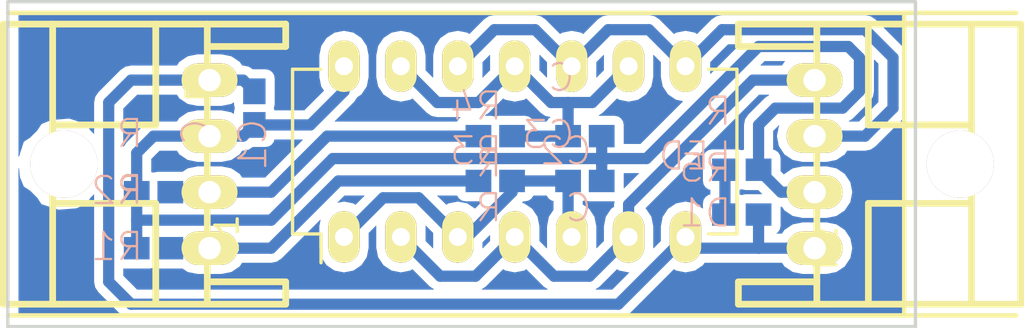
<source format=kicad_pcb>
(kicad_pcb (version 4) (host pcbnew 4.0.6)

  (general
    (links 31)
    (no_connects 0)
    (area -0.075001 -1.075001 45.075001 13.575001)
    (thickness 1.6)
    (drawings 7)
    (tracks 92)
    (zones 0)
    (modules 12)
    (nets 10)
  )

  (page A4)
  (layers
    (0 F.Cu signal)
    (31 B.Cu signal)
    (32 B.Adhes user)
    (33 F.Adhes user)
    (34 B.Paste user)
    (35 F.Paste user)
    (36 B.SilkS user)
    (37 F.SilkS user)
    (38 B.Mask user)
    (39 F.Mask user)
    (40 Dwgs.User user)
    (41 Cmts.User user)
    (42 Eco1.User user)
    (43 Eco2.User user)
    (44 Edge.Cuts user)
    (45 Margin user)
    (46 B.CrtYd user)
    (47 F.CrtYd user)
    (48 B.Fab user)
    (49 F.Fab user)
  )

  (setup
    (last_trace_width 0.5)
    (user_trace_width 0.5)
    (user_trace_width 1)
    (trace_clearance 0.2)
    (zone_clearance 0.4)
    (zone_45_only no)
    (trace_min 0.2)
    (segment_width 0.2)
    (edge_width 0.15)
    (via_size 0.6)
    (via_drill 0.4)
    (via_min_size 0.4)
    (via_min_drill 0.3)
    (user_via 1.2 0.8)
    (uvia_size 0.3)
    (uvia_drill 0.1)
    (uvias_allowed no)
    (uvia_min_size 0.2)
    (uvia_min_drill 0.1)
    (pcb_text_width 0.3)
    (pcb_text_size 1.5 1.5)
    (mod_edge_width 0.15)
    (mod_text_size 1 1)
    (mod_text_width 0.15)
    (pad_size 1.524 1.524)
    (pad_drill 0.762)
    (pad_to_mask_clearance 0.2)
    (aux_axis_origin 0 0)
    (visible_elements 7FFFFFFF)
    (pcbplotparams
      (layerselection 0x01000_80000000)
      (usegerberextensions false)
      (excludeedgelayer true)
      (linewidth 0.100000)
      (plotframeref false)
      (viasonmask false)
      (mode 1)
      (useauxorigin false)
      (hpglpennumber 1)
      (hpglpenspeed 20)
      (hpglpendiameter 15)
      (hpglpenoverlay 2)
      (psnegative false)
      (psa4output false)
      (plotreference true)
      (plotvalue true)
      (plotinvisibletext false)
      (padsonsilk false)
      (subtractmaskfromsilk false)
      (outputformat 1)
      (mirror false)
      (drillshape 0)
      (scaleselection 1)
      (outputdirectory ""))
  )

  (net 0 "")
  (net 1 +5V)
  (net 2 GND)
  (net 3 /ENC_B)
  (net 4 /ENC_A)
  (net 5 /OUT_B)
  (net 6 /OUT_A)
  (net 7 "Net-(C2-Pad2)")
  (net 8 "Net-(C3-Pad1)")
  (net 9 "Net-(D1-Pad1)")

  (net_class Default "これは標準のネット クラスです。"
    (clearance 0.2)
    (trace_width 0.25)
    (via_dia 0.6)
    (via_drill 0.4)
    (uvia_dia 0.3)
    (uvia_drill 0.1)
    (add_net +5V)
    (add_net /ENC_A)
    (add_net /ENC_B)
    (add_net /OUT_A)
    (add_net /OUT_B)
    (add_net GND)
    (add_net "Net-(C2-Pad2)")
    (add_net "Net-(C3-Pad1)")
    (add_net "Net-(D1-Pad1)")
  )

  (module RP_KiCAD_Connector:XA_4LC (layer F.Cu) (tedit 585B7649) (tstamp 58A2DAB0)
    (at 9 2.5 270)
    (path /58A2DA07)
    (fp_text reference P1 (at 0 0.5 270) (layer F.SilkS)
      (effects (font (size 1 1) (thickness 0.15)))
    )
    (fp_text value CONN_01X04 (at 3.5 8 270) (layer F.Fab)
      (effects (font (size 1 1) (thickness 0.15)))
    )
    (fp_line (start 10 9.2) (end -2.5 9.2) (layer F.SilkS) (width 0.3))
    (fp_line (start 10 -3.4) (end 10 9.2) (layer F.SilkS) (width 0.3))
    (fp_line (start 9 0.1) (end 9 -3.4) (layer F.SilkS) (width 0.3))
    (fp_line (start 9 -3.4) (end 10 -3.4) (layer F.SilkS) (width 0.3))
    (fp_line (start -2.5 0.1) (end 10 0.1) (layer F.SilkS) (width 0.3))
    (fp_line (start 5.5 2.4) (end 5.5 7) (layer F.SilkS) (width 0.3))
    (fp_line (start 5.5 2.4) (end 10 2.4) (layer F.SilkS) (width 0.3))
    (fp_line (start 2 7) (end 2 2.4) (layer F.SilkS) (width 0.3))
    (fp_line (start 2 2.4) (end -2.5 2.4) (layer F.SilkS) (width 0.3))
    (fp_line (start -2.5 7) (end 10 7) (layer F.SilkS) (width 0.3))
    (fp_line (start -2.5 -3.4) (end -2.5 9.2) (layer F.SilkS) (width 0.3))
    (fp_line (start -2.5 -3.4) (end -1.5 -3.4) (layer F.SilkS) (width 0.3))
    (fp_line (start -1.5 -3.4) (end -1.5 0.1) (layer F.SilkS) (width 0.3))
    (pad 1 thru_hole oval (at 0 0 270) (size 1.5 2.5) (drill 1) (layers *.Cu *.Mask F.SilkS)
      (net 2 GND))
    (pad 2 thru_hole oval (at 2.5 0 270) (size 1.5 2.5) (drill 1) (layers *.Cu *.Mask F.SilkS)
      (net 1 +5V))
    (pad 3 thru_hole oval (at 5 0 270) (size 1.5 2.5) (drill 1) (layers *.Cu *.Mask F.SilkS)
      (net 3 /ENC_B))
    (pad 4 thru_hole oval (at 7.5 0 270) (size 1.5 2.5) (drill 1) (layers *.Cu *.Mask F.SilkS)
      (net 4 /ENC_A))
    (pad "" thru_hole circle (at 3.75 6.5 270) (size 3 3) (drill 3) (layers *.Cu *.Mask F.SilkS)
      (clearance -0.3))
    (model conn_XA/XA_4S.wrl
      (at (xyz 0.15 -0.2 0))
      (scale (xyz 4 4 4))
      (rotate (xyz 0 0 180))
    )
  )

  (module RP_KiCAD_Connector:XA_4LC (layer F.Cu) (tedit 585B7649) (tstamp 58A2DAB9)
    (at 36 10 90)
    (path /58A2DA9A)
    (fp_text reference P2 (at 0 0.5 90) (layer F.SilkS)
      (effects (font (size 1 1) (thickness 0.15)))
    )
    (fp_text value CONN_01X04 (at 3.5 8 90) (layer F.Fab)
      (effects (font (size 1 1) (thickness 0.15)))
    )
    (fp_line (start 10 9.2) (end -2.5 9.2) (layer F.SilkS) (width 0.3))
    (fp_line (start 10 -3.4) (end 10 9.2) (layer F.SilkS) (width 0.3))
    (fp_line (start 9 0.1) (end 9 -3.4) (layer F.SilkS) (width 0.3))
    (fp_line (start 9 -3.4) (end 10 -3.4) (layer F.SilkS) (width 0.3))
    (fp_line (start -2.5 0.1) (end 10 0.1) (layer F.SilkS) (width 0.3))
    (fp_line (start 5.5 2.4) (end 5.5 7) (layer F.SilkS) (width 0.3))
    (fp_line (start 5.5 2.4) (end 10 2.4) (layer F.SilkS) (width 0.3))
    (fp_line (start 2 7) (end 2 2.4) (layer F.SilkS) (width 0.3))
    (fp_line (start 2 2.4) (end -2.5 2.4) (layer F.SilkS) (width 0.3))
    (fp_line (start -2.5 7) (end 10 7) (layer F.SilkS) (width 0.3))
    (fp_line (start -2.5 -3.4) (end -2.5 9.2) (layer F.SilkS) (width 0.3))
    (fp_line (start -2.5 -3.4) (end -1.5 -3.4) (layer F.SilkS) (width 0.3))
    (fp_line (start -1.5 -3.4) (end -1.5 0.1) (layer F.SilkS) (width 0.3))
    (pad 1 thru_hole oval (at 0 0 90) (size 1.5 2.5) (drill 1) (layers *.Cu *.Mask F.SilkS)
      (net 2 GND))
    (pad 2 thru_hole oval (at 2.5 0 90) (size 1.5 2.5) (drill 1) (layers *.Cu *.Mask F.SilkS)
      (net 1 +5V))
    (pad 3 thru_hole oval (at 5 0 90) (size 1.5 2.5) (drill 1) (layers *.Cu *.Mask F.SilkS)
      (net 5 /OUT_B))
    (pad 4 thru_hole oval (at 7.5 0 90) (size 1.5 2.5) (drill 1) (layers *.Cu *.Mask F.SilkS)
      (net 6 /OUT_A))
    (pad "" thru_hole circle (at 3.75 6.5 90) (size 3 3) (drill 3) (layers *.Cu *.Mask F.SilkS)
      (clearance -0.3))
    (model conn_XA/XA_4S.wrl
      (at (xyz 0.15 -0.2 0))
      (scale (xyz 4 4 4))
      (rotate (xyz 0 0 180))
    )
  )

  (module Housings_DIP:DIP-14_W7.62mm_LongPads (layer F.Cu) (tedit 58A2DC38) (tstamp 58A2DC27)
    (at 15 9.5 90)
    (descr "14-lead dip package, row spacing 7.62 mm (300 mils), longer pads")
    (tags "dil dip 2.54 300")
    (path /58A2DAF4)
    (fp_text reference U1 (at 0 -5.22 90) (layer F.SilkS)
      (effects (font (size 1 1) (thickness 0.15)))
    )
    (fp_text value 74HC04 (at 0 -3.72 90) (layer F.Fab)
      (effects (font (size 1 1) (thickness 0.15)))
    )
    (fp_line (start -1.4 -2.45) (end -1.4 17.7) (layer F.CrtYd) (width 0.05))
    (fp_line (start 9 -2.45) (end 9 17.7) (layer F.CrtYd) (width 0.05))
    (fp_line (start -1.4 -2.45) (end 9 -2.45) (layer F.CrtYd) (width 0.05))
    (fp_line (start -1.4 17.7) (end 9 17.7) (layer F.CrtYd) (width 0.05))
    (fp_line (start 0.135 -2.295) (end 0.135 -1.025) (layer F.SilkS) (width 0.15))
    (fp_line (start 7.485 -2.295) (end 7.485 -1.025) (layer F.SilkS) (width 0.15))
    (fp_line (start 7.485 17.535) (end 7.485 16.265) (layer F.SilkS) (width 0.15))
    (fp_line (start 0.135 17.535) (end 0.135 16.265) (layer F.SilkS) (width 0.15))
    (fp_line (start 0.135 -2.295) (end 7.485 -2.295) (layer F.SilkS) (width 0.15))
    (fp_line (start 0.135 17.535) (end 7.485 17.535) (layer F.SilkS) (width 0.15))
    (fp_line (start 0.135 -1.025) (end -1.15 -1.025) (layer F.SilkS) (width 0.15))
    (pad 1 thru_hole oval (at 0 0 90) (size 2.3 1.4) (drill 0.8) (layers *.Cu *.Mask F.SilkS)
      (net 7 "Net-(C2-Pad2)"))
    (pad 2 thru_hole oval (at 0 2.54 90) (size 2.3 1.4) (drill 0.8) (layers *.Cu *.Mask F.SilkS)
      (net 6 /OUT_A))
    (pad 3 thru_hole oval (at 0 5.08 90) (size 2.3 1.4) (drill 0.8) (layers *.Cu *.Mask F.SilkS)
      (net 7 "Net-(C2-Pad2)"))
    (pad 4 thru_hole oval (at 0 7.62 90) (size 2.3 1.4) (drill 0.8) (layers *.Cu *.Mask F.SilkS)
      (net 6 /OUT_A))
    (pad 5 thru_hole oval (at 0 10.16 90) (size 2.3 1.4) (drill 0.8) (layers *.Cu *.Mask F.SilkS)
      (net 7 "Net-(C2-Pad2)"))
    (pad 6 thru_hole oval (at 0 12.7 90) (size 2.3 1.4) (drill 0.8) (layers *.Cu *.Mask F.SilkS)
      (net 6 /OUT_A))
    (pad 7 thru_hole oval (at 0 15.24 90) (size 2.3 1.4) (drill 0.8) (layers *.Cu *.Mask F.SilkS)
      (net 2 GND))
    (pad 8 thru_hole oval (at 7.62 15.24 90) (size 2.3 1.4) (drill 0.8) (layers *.Cu *.Mask F.SilkS)
      (net 5 /OUT_B))
    (pad 9 thru_hole oval (at 7.62 12.7 90) (size 2.3 1.4) (drill 0.8) (layers *.Cu *.Mask F.SilkS)
      (net 8 "Net-(C3-Pad1)"))
    (pad 10 thru_hole oval (at 7.62 10.16 90) (size 2.3 1.4) (drill 0.8) (layers *.Cu *.Mask F.SilkS)
      (net 5 /OUT_B))
    (pad 11 thru_hole oval (at 7.62 7.62 90) (size 2.3 1.4) (drill 0.8) (layers *.Cu *.Mask F.SilkS)
      (net 8 "Net-(C3-Pad1)"))
    (pad 12 thru_hole oval (at 7.62 5.08 90) (size 2.3 1.4) (drill 0.8) (layers *.Cu *.Mask F.SilkS)
      (net 5 /OUT_B))
    (pad 13 thru_hole oval (at 7.62 2.54 90) (size 2.3 1.4) (drill 0.8) (layers *.Cu *.Mask F.SilkS)
      (net 8 "Net-(C3-Pad1)"))
    (pad 14 thru_hole oval (at 7.62 0 90) (size 2.3 1.4) (drill 0.8) (layers *.Cu *.Mask F.SilkS)
      (net 1 +5V))
    (model Housings_DIP.3dshapes/DIP-14_W7.62mm_LongPads.wrl
      (at (xyz 0 0 0))
      (scale (xyz 1 1 1))
      (rotate (xyz 0 0 0))
    )
  )

  (module RP_KiCAD_Libs:C1608_NP (layer B.Cu) (tedit 58C9EFDC) (tstamp 58DDBB41)
    (at 6.75 10)
    (descr <b>CAPACITOR</b>)
    (path /58A2DC4A)
    (fp_text reference R1 (at -0.635 0.635) (layer B.SilkS)
      (effects (font (size 1.2065 1.2065) (thickness 0.1016)) (justify left bottom mirror))
    )
    (fp_text value R (at -0.635 -1.905) (layer B.SilkS)
      (effects (font (size 1.2065 1.2065) (thickness 0.1016)) (justify left bottom mirror))
    )
    (fp_line (start -0.356 0.432) (end 0.356 0.432) (layer Dwgs.User) (width 0.1016))
    (fp_line (start -0.356 -0.419) (end 0.356 -0.419) (layer Dwgs.User) (width 0.1016))
    (fp_poly (pts (xy -0.8382 -0.4699) (xy -0.3381 -0.4699) (xy -0.3381 0.4801) (xy -0.8382 0.4801)) (layer Dwgs.User) (width 0))
    (fp_poly (pts (xy 0.3302 -0.4699) (xy 0.8303 -0.4699) (xy 0.8303 0.4801) (xy 0.3302 0.4801)) (layer Dwgs.User) (width 0))
    (fp_poly (pts (xy -0.1999 -0.3) (xy 0.1999 -0.3) (xy 0.1999 0.3) (xy -0.1999 0.3)) (layer B.Adhes) (width 0))
    (pad 1 smd rect (at -1 0) (size 1.15 1) (layers B.Cu B.Paste B.Mask)
      (net 1 +5V))
    (pad 2 smd rect (at 0.5 0) (size 1.15 1) (layers B.Cu B.Paste B.Mask)
      (net 4 /ENC_A))
    (model Resistors_SMD.3dshapes/R_0603.wrl
      (at (xyz 0 0 0))
      (scale (xyz 1 1 1))
      (rotate (xyz 0 0 0))
    )
  )

  (module RP_KiCAD_Libs:C1608_NP (layer B.Cu) (tedit 58C9EFDC) (tstamp 58DDBB46)
    (at 6.75 7.5)
    (descr <b>CAPACITOR</b>)
    (path /58A2DC7B)
    (fp_text reference R2 (at -0.635 0.635) (layer B.SilkS)
      (effects (font (size 1.2065 1.2065) (thickness 0.1016)) (justify left bottom mirror))
    )
    (fp_text value R (at -0.635 -1.905) (layer B.SilkS)
      (effects (font (size 1.2065 1.2065) (thickness 0.1016)) (justify left bottom mirror))
    )
    (fp_line (start -0.356 0.432) (end 0.356 0.432) (layer Dwgs.User) (width 0.1016))
    (fp_line (start -0.356 -0.419) (end 0.356 -0.419) (layer Dwgs.User) (width 0.1016))
    (fp_poly (pts (xy -0.8382 -0.4699) (xy -0.3381 -0.4699) (xy -0.3381 0.4801) (xy -0.8382 0.4801)) (layer Dwgs.User) (width 0))
    (fp_poly (pts (xy 0.3302 -0.4699) (xy 0.8303 -0.4699) (xy 0.8303 0.4801) (xy 0.3302 0.4801)) (layer Dwgs.User) (width 0))
    (fp_poly (pts (xy -0.1999 -0.3) (xy 0.1999 -0.3) (xy 0.1999 0.3) (xy -0.1999 0.3)) (layer B.Adhes) (width 0))
    (pad 1 smd rect (at -1 0) (size 1.15 1) (layers B.Cu B.Paste B.Mask)
      (net 1 +5V))
    (pad 2 smd rect (at 0.5 0) (size 1.15 1) (layers B.Cu B.Paste B.Mask)
      (net 3 /ENC_B))
    (model Resistors_SMD.3dshapes/R_0603.wrl
      (at (xyz 0 0 0))
      (scale (xyz 1 1 1))
      (rotate (xyz 0 0 0))
    )
  )

  (module RP_KiCAD_Libs:C1608_NP (layer B.Cu) (tedit 58C9EFDC) (tstamp 58DDBB4B)
    (at 21.5 7 180)
    (descr <b>CAPACITOR</b>)
    (path /58A2E4BF)
    (fp_text reference R3 (at -0.635 0.635 180) (layer B.SilkS)
      (effects (font (size 1.2065 1.2065) (thickness 0.1016)) (justify left bottom mirror))
    )
    (fp_text value R (at -0.635 -1.905 180) (layer B.SilkS)
      (effects (font (size 1.2065 1.2065) (thickness 0.1016)) (justify left bottom mirror))
    )
    (fp_line (start -0.356 0.432) (end 0.356 0.432) (layer Dwgs.User) (width 0.1016))
    (fp_line (start -0.356 -0.419) (end 0.356 -0.419) (layer Dwgs.User) (width 0.1016))
    (fp_poly (pts (xy -0.8382 -0.4699) (xy -0.3381 -0.4699) (xy -0.3381 0.4801) (xy -0.8382 0.4801)) (layer Dwgs.User) (width 0))
    (fp_poly (pts (xy 0.3302 -0.4699) (xy 0.8303 -0.4699) (xy 0.8303 0.4801) (xy 0.3302 0.4801)) (layer Dwgs.User) (width 0))
    (fp_poly (pts (xy -0.1999 -0.3) (xy 0.1999 -0.3) (xy 0.1999 0.3) (xy -0.1999 0.3)) (layer B.Adhes) (width 0))
    (pad 1 smd rect (at -1 0 180) (size 1.15 1) (layers B.Cu B.Paste B.Mask)
      (net 7 "Net-(C2-Pad2)"))
    (pad 2 smd rect (at 0.5 0 180) (size 1.15 1) (layers B.Cu B.Paste B.Mask)
      (net 4 /ENC_A))
    (model Resistors_SMD.3dshapes/R_0603.wrl
      (at (xyz 0 0 0))
      (scale (xyz 1 1 1))
      (rotate (xyz 0 0 0))
    )
  )

  (module RP_KiCAD_Libs:C1608_NP (layer B.Cu) (tedit 58C9EFDC) (tstamp 58DDBB50)
    (at 21.5 5 180)
    (descr <b>CAPACITOR</b>)
    (path /58A2E7A8)
    (fp_text reference R4 (at -0.635 0.635 180) (layer B.SilkS)
      (effects (font (size 1.2065 1.2065) (thickness 0.1016)) (justify left bottom mirror))
    )
    (fp_text value R (at -0.635 -1.905 180) (layer B.SilkS)
      (effects (font (size 1.2065 1.2065) (thickness 0.1016)) (justify left bottom mirror))
    )
    (fp_line (start -0.356 0.432) (end 0.356 0.432) (layer Dwgs.User) (width 0.1016))
    (fp_line (start -0.356 -0.419) (end 0.356 -0.419) (layer Dwgs.User) (width 0.1016))
    (fp_poly (pts (xy -0.8382 -0.4699) (xy -0.3381 -0.4699) (xy -0.3381 0.4801) (xy -0.8382 0.4801)) (layer Dwgs.User) (width 0))
    (fp_poly (pts (xy 0.3302 -0.4699) (xy 0.8303 -0.4699) (xy 0.8303 0.4801) (xy 0.3302 0.4801)) (layer Dwgs.User) (width 0))
    (fp_poly (pts (xy -0.1999 -0.3) (xy 0.1999 -0.3) (xy 0.1999 0.3) (xy -0.1999 0.3)) (layer B.Adhes) (width 0))
    (pad 1 smd rect (at -1 0 180) (size 1.15 1) (layers B.Cu B.Paste B.Mask)
      (net 8 "Net-(C3-Pad1)"))
    (pad 2 smd rect (at 0.5 0 180) (size 1.15 1) (layers B.Cu B.Paste B.Mask)
      (net 3 /ENC_B))
    (model Resistors_SMD.3dshapes/R_0603.wrl
      (at (xyz 0 0 0))
      (scale (xyz 1 1 1))
      (rotate (xyz 0 0 0))
    )
  )

  (module RP_KiCAD_Libs:C1608_NP (layer B.Cu) (tedit 58C9EFDC) (tstamp 58DDBB55)
    (at 33 6.5)
    (descr <b>CAPACITOR</b>)
    (path /58A2F6CF)
    (fp_text reference R5 (at -0.635 0.635) (layer B.SilkS)
      (effects (font (size 1.2065 1.2065) (thickness 0.1016)) (justify left bottom mirror))
    )
    (fp_text value R (at -0.635 -1.905) (layer B.SilkS)
      (effects (font (size 1.2065 1.2065) (thickness 0.1016)) (justify left bottom mirror))
    )
    (fp_line (start -0.356 0.432) (end 0.356 0.432) (layer Dwgs.User) (width 0.1016))
    (fp_line (start -0.356 -0.419) (end 0.356 -0.419) (layer Dwgs.User) (width 0.1016))
    (fp_poly (pts (xy -0.8382 -0.4699) (xy -0.3381 -0.4699) (xy -0.3381 0.4801) (xy -0.8382 0.4801)) (layer Dwgs.User) (width 0))
    (fp_poly (pts (xy 0.3302 -0.4699) (xy 0.8303 -0.4699) (xy 0.8303 0.4801) (xy 0.3302 0.4801)) (layer Dwgs.User) (width 0))
    (fp_poly (pts (xy -0.1999 -0.3) (xy 0.1999 -0.3) (xy 0.1999 0.3) (xy -0.1999 0.3)) (layer B.Adhes) (width 0))
    (pad 1 smd rect (at -1 0) (size 1.15 1) (layers B.Cu B.Paste B.Mask)
      (net 9 "Net-(D1-Pad1)"))
    (pad 2 smd rect (at 0.5 0) (size 1.15 1) (layers B.Cu B.Paste B.Mask)
      (net 1 +5V))
    (model Resistors_SMD.3dshapes/R_0603.wrl
      (at (xyz 0 0 0))
      (scale (xyz 1 1 1))
      (rotate (xyz 0 0 0))
    )
  )

  (module RP_KiCAD_Libs:C1608_NP (layer B.Cu) (tedit 58C9EFDC) (tstamp 58DDBBB9)
    (at 11 3.5 90)
    (descr <b>CAPACITOR</b>)
    (path /58A2DC06)
    (fp_text reference C1 (at -0.635 0.635 90) (layer B.SilkS)
      (effects (font (size 1.2065 1.2065) (thickness 0.1016)) (justify left bottom mirror))
    )
    (fp_text value C (at -0.635 -1.905 90) (layer B.SilkS)
      (effects (font (size 1.2065 1.2065) (thickness 0.1016)) (justify left bottom mirror))
    )
    (fp_line (start -0.356 0.432) (end 0.356 0.432) (layer Dwgs.User) (width 0.1016))
    (fp_line (start -0.356 -0.419) (end 0.356 -0.419) (layer Dwgs.User) (width 0.1016))
    (fp_poly (pts (xy -0.8382 -0.4699) (xy -0.3381 -0.4699) (xy -0.3381 0.4801) (xy -0.8382 0.4801)) (layer Dwgs.User) (width 0))
    (fp_poly (pts (xy 0.3302 -0.4699) (xy 0.8303 -0.4699) (xy 0.8303 0.4801) (xy 0.3302 0.4801)) (layer Dwgs.User) (width 0))
    (fp_poly (pts (xy -0.1999 -0.3) (xy 0.1999 -0.3) (xy 0.1999 0.3) (xy -0.1999 0.3)) (layer B.Adhes) (width 0))
    (pad 1 smd rect (at -1 0 90) (size 1.15 1) (layers B.Cu B.Paste B.Mask)
      (net 1 +5V))
    (pad 2 smd rect (at 0.5 0 90) (size 1.15 1) (layers B.Cu B.Paste B.Mask)
      (net 2 GND))
    (model Resistors_SMD.3dshapes/R_0603.wrl
      (at (xyz 0 0 0))
      (scale (xyz 1 1 1))
      (rotate (xyz 0 0 0))
    )
  )

  (module RP_KiCAD_Libs:C1608_NP (layer B.Cu) (tedit 58C9EFDC) (tstamp 58DDBBBE)
    (at 25.5 7 180)
    (descr <b>CAPACITOR</b>)
    (path /58A2E8B6)
    (fp_text reference C2 (at -0.635 0.635 180) (layer B.SilkS)
      (effects (font (size 1.2065 1.2065) (thickness 0.1016)) (justify left bottom mirror))
    )
    (fp_text value C (at -0.635 -1.905 180) (layer B.SilkS)
      (effects (font (size 1.2065 1.2065) (thickness 0.1016)) (justify left bottom mirror))
    )
    (fp_line (start -0.356 0.432) (end 0.356 0.432) (layer Dwgs.User) (width 0.1016))
    (fp_line (start -0.356 -0.419) (end 0.356 -0.419) (layer Dwgs.User) (width 0.1016))
    (fp_poly (pts (xy -0.8382 -0.4699) (xy -0.3381 -0.4699) (xy -0.3381 0.4801) (xy -0.8382 0.4801)) (layer Dwgs.User) (width 0))
    (fp_poly (pts (xy 0.3302 -0.4699) (xy 0.8303 -0.4699) (xy 0.8303 0.4801) (xy 0.3302 0.4801)) (layer Dwgs.User) (width 0))
    (fp_poly (pts (xy -0.1999 -0.3) (xy 0.1999 -0.3) (xy 0.1999 0.3) (xy -0.1999 0.3)) (layer B.Adhes) (width 0))
    (pad 1 smd rect (at -1 0 180) (size 1.15 1) (layers B.Cu B.Paste B.Mask)
      (net 1 +5V))
    (pad 2 smd rect (at 0.5 0 180) (size 1.15 1) (layers B.Cu B.Paste B.Mask)
      (net 7 "Net-(C2-Pad2)"))
    (model Resistors_SMD.3dshapes/R_0603.wrl
      (at (xyz 0 0 0))
      (scale (xyz 1 1 1))
      (rotate (xyz 0 0 0))
    )
  )

  (module RP_KiCAD_Libs:C1608_NP (layer B.Cu) (tedit 58C9EFDC) (tstamp 58DDBBC3)
    (at 26 5)
    (descr <b>CAPACITOR</b>)
    (path /58A2E905)
    (fp_text reference C3 (at -0.635 0.635) (layer B.SilkS)
      (effects (font (size 1.2065 1.2065) (thickness 0.1016)) (justify left bottom mirror))
    )
    (fp_text value C (at -0.635 -1.905) (layer B.SilkS)
      (effects (font (size 1.2065 1.2065) (thickness 0.1016)) (justify left bottom mirror))
    )
    (fp_line (start -0.356 0.432) (end 0.356 0.432) (layer Dwgs.User) (width 0.1016))
    (fp_line (start -0.356 -0.419) (end 0.356 -0.419) (layer Dwgs.User) (width 0.1016))
    (fp_poly (pts (xy -0.8382 -0.4699) (xy -0.3381 -0.4699) (xy -0.3381 0.4801) (xy -0.8382 0.4801)) (layer Dwgs.User) (width 0))
    (fp_poly (pts (xy 0.3302 -0.4699) (xy 0.8303 -0.4699) (xy 0.8303 0.4801) (xy 0.3302 0.4801)) (layer Dwgs.User) (width 0))
    (fp_poly (pts (xy -0.1999 -0.3) (xy 0.1999 -0.3) (xy 0.1999 0.3) (xy -0.1999 0.3)) (layer B.Adhes) (width 0))
    (pad 1 smd rect (at -1 0) (size 1.15 1) (layers B.Cu B.Paste B.Mask)
      (net 8 "Net-(C3-Pad1)"))
    (pad 2 smd rect (at 0.5 0) (size 1.15 1) (layers B.Cu B.Paste B.Mask)
      (net 1 +5V))
    (model Resistors_SMD.3dshapes/R_0603.wrl
      (at (xyz 0 0 0))
      (scale (xyz 1 1 1))
      (rotate (xyz 0 0 0))
    )
  )

  (module RP_KiCAD_Libs:C1608_NP (layer B.Cu) (tedit 58C9EFDC) (tstamp 58DDBBC8)
    (at 33 8.5)
    (descr <b>CAPACITOR</b>)
    (path /58A2F7F2)
    (fp_text reference D1 (at -0.635 0.635) (layer B.SilkS)
      (effects (font (size 1.2065 1.2065) (thickness 0.1016)) (justify left bottom mirror))
    )
    (fp_text value LED (at -0.635 -1.905) (layer B.SilkS)
      (effects (font (size 1.2065 1.2065) (thickness 0.1016)) (justify left bottom mirror))
    )
    (fp_line (start -0.356 0.432) (end 0.356 0.432) (layer Dwgs.User) (width 0.1016))
    (fp_line (start -0.356 -0.419) (end 0.356 -0.419) (layer Dwgs.User) (width 0.1016))
    (fp_poly (pts (xy -0.8382 -0.4699) (xy -0.3381 -0.4699) (xy -0.3381 0.4801) (xy -0.8382 0.4801)) (layer Dwgs.User) (width 0))
    (fp_poly (pts (xy 0.3302 -0.4699) (xy 0.8303 -0.4699) (xy 0.8303 0.4801) (xy 0.3302 0.4801)) (layer Dwgs.User) (width 0))
    (fp_poly (pts (xy -0.1999 -0.3) (xy 0.1999 -0.3) (xy 0.1999 0.3) (xy -0.1999 0.3)) (layer B.Adhes) (width 0))
    (pad 1 smd rect (at -1 0) (size 1.15 1) (layers B.Cu B.Paste B.Mask)
      (net 9 "Net-(D1-Pad1)"))
    (pad 2 smd rect (at 0.5 0) (size 1.15 1) (layers B.Cu B.Paste B.Mask)
      (net 2 GND))
    (model Resistors_SMD.3dshapes/R_0603.wrl
      (at (xyz 0 0 0))
      (scale (xyz 1 1 1))
      (rotate (xyz 0 0 0))
    )
  )

  (gr_line (start 0 -1) (end 40.5 -1) (angle 90) (layer Edge.Cuts) (width 0.15))
  (gr_line (start 40.5 13.5) (end 0 13.5) (angle 90) (layer Edge.Cuts) (width 0.15))
  (gr_line (start 40.5 13.5) (end 40.5 -1) (angle 90) (layer Edge.Cuts) (width 0.15))
  (gr_line (start 40 -0.5) (end 40 13) (angle 90) (layer F.SilkS) (width 0.2))
  (gr_line (start 0 -1) (end 0 13.5) (angle 90) (layer Edge.Cuts) (width 0.15))
  (gr_line (start 0 13) (end 45 13) (angle 90) (layer F.SilkS) (width 0.2))
  (gr_line (start 0 -0.5) (end 45 -0.5) (angle 90) (layer F.SilkS) (width 0.2))

  (segment (start 5.75 8.75) (end 11.75 8.75) (width 0.5) (layer B.Cu) (net 1))
  (segment (start 11.75 8.75) (end 14.5 6) (width 0.5) (layer B.Cu) (net 1) (tstamp 58DDBBF9))
  (segment (start 14.5 6) (end 26.5 6) (width 0.5) (layer B.Cu) (net 1) (tstamp 58DDBBFA))
  (segment (start 34.25 3.75) (end 33.5 4.5) (width 0.5) (layer B.Cu) (net 1))
  (segment (start 33.5 4.5) (end 33.5 6.5) (width 0.5) (layer B.Cu) (net 1) (tstamp 58DDBD04))
  (segment (start 26.5 6) (end 28.5 6) (width 0.5) (layer B.Cu) (net 1) (tstamp 58DDBC0E))
  (segment (start 28.5 6) (end 33.5 1) (width 0.5) (layer B.Cu) (net 1) (tstamp 58DDBBFC))
  (segment (start 33.5 1) (end 37.5 1) (width 0.5) (layer B.Cu) (net 1) (tstamp 58DDBBFE))
  (segment (start 37.5 1) (end 38 1.5) (width 0.5) (layer B.Cu) (net 1) (tstamp 58DDBC00))
  (segment (start 38 1.5) (end 38 3) (width 0.5) (layer B.Cu) (net 1) (tstamp 58DDBC01))
  (segment (start 38 3) (end 37.25 3.75) (width 0.5) (layer B.Cu) (net 1) (tstamp 58DDBC02))
  (segment (start 37.25 3.75) (end 34.25 3.75) (width 0.5) (layer B.Cu) (net 1) (tstamp 58DDBC03))
  (segment (start 33.5 6.5) (end 34.5 7.5) (width 0.5) (layer B.Cu) (net 1))
  (segment (start 34.5 7.5) (end 36 7.5) (width 0.5) (layer B.Cu) (net 1) (tstamp 58DDBCFF))
  (segment (start 5.75 7.5) (end 5.75 8.75) (width 0.5) (layer B.Cu) (net 1))
  (segment (start 5.75 8.75) (end 5.75 10) (width 0.5) (layer B.Cu) (net 1) (tstamp 58DDBD0F))
  (segment (start 5.75 7.5) (end 5.75 5.75) (width 0.5) (layer B.Cu) (net 1))
  (segment (start 6.5 5) (end 9 5) (width 0.5) (layer B.Cu) (net 1) (tstamp 58DDBC91))
  (segment (start 5.75 5.75) (end 6.5 5) (width 0.5) (layer B.Cu) (net 1) (tstamp 58DDBC90))
  (segment (start 11 4.5) (end 13.5 4.5) (width 0.5) (layer B.Cu) (net 1))
  (segment (start 13.5 4.5) (end 15 3) (width 0.5) (layer B.Cu) (net 1) (tstamp 58DDBC42))
  (segment (start 15 3) (end 15 1.88) (width 0.5) (layer B.Cu) (net 1) (tstamp 58DDBC43))
  (segment (start 9 5) (end 10.5 5) (width 0.5) (layer B.Cu) (net 1))
  (segment (start 10.5 5) (end 11 4.5) (width 0.5) (layer B.Cu) (net 1) (tstamp 58DDBC3C))
  (segment (start 26.5 6) (end 26.5 5) (width 0.5) (layer B.Cu) (net 1))
  (segment (start 26.5 7) (end 26.5 6) (width 0.5) (layer B.Cu) (net 1))
  (segment (start 26.5 6) (end 26.5 6.25) (width 0.5) (layer B.Cu) (net 1) (tstamp 58DDBC0B))
  (segment (start 26.5 6.25) (end 26.5 6) (width 0.5) (layer B.Cu) (net 1) (tstamp 58DDBC0D))
  (segment (start 33.5 8.5) (end 33.5 10) (width 0.5) (layer B.Cu) (net 2))
  (segment (start 30.24 9.5) (end 30.74 10) (width 0.5) (layer B.Cu) (net 2))
  (segment (start 30.74 10) (end 33.5 10) (width 0.5) (layer B.Cu) (net 2) (tstamp 58DDBCE4))
  (segment (start 33.5 10) (end 36 10) (width 0.5) (layer B.Cu) (net 2) (tstamp 58DDBCFB))
  (segment (start 5.5 12.5) (end 27.24 12.5) (width 0.5) (layer B.Cu) (net 2))
  (segment (start 9 2.5) (end 5.5 2.5) (width 0.5) (layer B.Cu) (net 2) (tstamp 58A2DDCD))
  (segment (start 4.5 3.5) (end 5.5 2.5) (width 0.5) (layer B.Cu) (net 2) (tstamp 58A2DDCC))
  (segment (start 4.5 11.5) (end 4.5 3.5) (width 0.5) (layer B.Cu) (net 2) (tstamp 58A2DDCB))
  (segment (start 5.5 12.5) (end 4.5 11.5) (width 0.5) (layer B.Cu) (net 2) (tstamp 58A2DDCA))
  (segment (start 27.24 12.5) (end 30.24 9.5) (width 0.5) (layer B.Cu) (net 2) (tstamp 58DDBCDF))
  (segment (start 11 3) (end 10.5 2.5) (width 0.5) (layer B.Cu) (net 2))
  (segment (start 10.5 2.5) (end 9 2.5) (width 0.5) (layer B.Cu) (net 2) (tstamp 58DDBC39))
  (segment (start 9 2.5) (end 8 2.5) (width 0.5) (layer B.Cu) (net 2))
  (segment (start 21 5) (end 14.25 5) (width 0.5) (layer B.Cu) (net 3))
  (segment (start 14.25 5) (end 11.75 7.5) (width 0.5) (layer B.Cu) (net 3) (tstamp 58DDBB6F))
  (segment (start 11.75 7.5) (end 9 7.5) (width 0.5) (layer B.Cu) (net 3) (tstamp 58DDBB71))
  (segment (start 7.25 7.5) (end 9 7.5) (width 0.5) (layer B.Cu) (net 3))
  (segment (start 21 7) (end 14.75 7) (width 0.5) (layer B.Cu) (net 4))
  (segment (start 11.75 10) (end 14.75 7) (width 0.5) (layer B.Cu) (net 4) (tstamp 58DDBB75))
  (segment (start 11.75 10) (end 9 10) (width 0.5) (layer B.Cu) (net 4))
  (segment (start 9 10) (end 7.25 10) (width 0.5) (layer B.Cu) (net 4))
  (segment (start 36 5) (end 38.25 5) (width 0.5) (layer B.Cu) (net 5))
  (segment (start 38.25 0.25) (end 31.87 0.25) (width 0.5) (layer B.Cu) (net 5) (tstamp 58DDBB06))
  (segment (start 39.5 1.5) (end 38.25 0.25) (width 0.5) (layer B.Cu) (net 5) (tstamp 58DDBB05))
  (segment (start 39.5 3.75) (end 39.5 1.5) (width 0.5) (layer B.Cu) (net 5) (tstamp 58DDBB04))
  (segment (start 38.25 5) (end 39.5 3.75) (width 0.5) (layer B.Cu) (net 5) (tstamp 58DDBB03))
  (segment (start 25.16 1.88) (end 26.79 0.25) (width 0.5) (layer B.Cu) (net 5))
  (segment (start 28.61 0.25) (end 30.24 1.88) (width 0.5) (layer B.Cu) (net 5) (tstamp 58DDBAC6))
  (segment (start 26.79 0.25) (end 28.61 0.25) (width 0.5) (layer B.Cu) (net 5) (tstamp 58DDBAC4))
  (segment (start 20.08 1.88) (end 21.71 0.25) (width 0.5) (layer B.Cu) (net 5))
  (segment (start 23.53 0.25) (end 25.16 1.88) (width 0.5) (layer B.Cu) (net 5) (tstamp 58DDBAC1))
  (segment (start 21.71 0.25) (end 23.53 0.25) (width 0.5) (layer B.Cu) (net 5) (tstamp 58DDBAC0))
  (segment (start 30.24 1.88) (end 31.87 0.25) (width 0.5) (layer B.Cu) (net 5))
  (segment (start 22.62 9.5) (end 24.37 11.25) (width 0.5) (layer B.Cu) (net 6))
  (segment (start 25.95 11.25) (end 27.7 9.5) (width 0.5) (layer B.Cu) (net 6) (tstamp 58DDBCBA))
  (segment (start 24.37 11.25) (end 25.95 11.25) (width 0.5) (layer B.Cu) (net 6) (tstamp 58DDBCB9))
  (segment (start 17.54 9.5) (end 19.29 11.25) (width 0.5) (layer B.Cu) (net 6))
  (segment (start 20.87 11.25) (end 22.62 9.5) (width 0.5) (layer B.Cu) (net 6) (tstamp 58DDBCB6))
  (segment (start 19.29 11.25) (end 20.87 11.25) (width 0.5) (layer B.Cu) (net 6) (tstamp 58DDBCB5))
  (segment (start 27.7 9.5) (end 27.7 8.05) (width 0.5) (layer B.Cu) (net 6))
  (segment (start 27.7 8.05) (end 33.25 2.5) (width 0.5) (layer B.Cu) (net 6) (tstamp 58A2DDD3))
  (segment (start 33.25 2.5) (end 36 2.5) (width 0.5) (layer B.Cu) (net 6) (tstamp 58A2DDD5))
  (segment (start 22.5 7) (end 25 7) (width 0.5) (layer B.Cu) (net 7))
  (segment (start 20.08 9.5) (end 20.5 9.5) (width 0.5) (layer B.Cu) (net 7))
  (segment (start 20.5 9.5) (end 22.5 7.5) (width 0.5) (layer B.Cu) (net 7) (tstamp 58DDBCD0))
  (segment (start 22.5 7.5) (end 22.5 7) (width 0.5) (layer B.Cu) (net 7) (tstamp 58DDBCD1))
  (segment (start 25.16 9.5) (end 25 9.34) (width 0.5) (layer B.Cu) (net 7))
  (segment (start 25 9.34) (end 25 7) (width 0.5) (layer B.Cu) (net 7) (tstamp 58DDBC12))
  (segment (start 15 9.5) (end 16.75 7.75) (width 0.5) (layer B.Cu) (net 7))
  (segment (start 18.33 7.75) (end 20.08 9.5) (width 0.5) (layer B.Cu) (net 7) (tstamp 58DDBA4A))
  (segment (start 16.75 7.75) (end 18.33 7.75) (width 0.5) (layer B.Cu) (net 7) (tstamp 58DDBA47))
  (segment (start 20.08 9.5) (end 20.4 9.5) (width 0.5) (layer B.Cu) (net 7))
  (segment (start 22.5 5) (end 25 5) (width 0.5) (layer B.Cu) (net 8))
  (segment (start 25 5) (end 25 3.5) (width 0.5) (layer B.Cu) (net 8))
  (segment (start 25 3.5) (end 25 3.75) (width 0.5) (layer B.Cu) (net 8) (tstamp 58DDBC16))
  (segment (start 25 3.75) (end 25 3.5) (width 0.5) (layer B.Cu) (net 8) (tstamp 58DDBC18))
  (segment (start 22.62 1.88) (end 21 3.5) (width 0.5) (layer B.Cu) (net 8))
  (segment (start 19.16 3.5) (end 17.54 1.88) (width 0.5) (layer B.Cu) (net 8) (tstamp 58DDBA03))
  (segment (start 21 3.5) (end 19.16 3.5) (width 0.5) (layer B.Cu) (net 8) (tstamp 58DDBA02))
  (segment (start 22.62 1.88) (end 24.24 3.5) (width 0.5) (layer B.Cu) (net 8))
  (segment (start 24.24 3.5) (end 25 3.5) (width 0.5) (layer B.Cu) (net 8) (tstamp 58DDB9FC))
  (segment (start 25 3.5) (end 26.08 3.5) (width 0.5) (layer B.Cu) (net 8) (tstamp 58DDBC19))
  (segment (start 26.08 3.5) (end 27.7 1.88) (width 0.5) (layer B.Cu) (net 8) (tstamp 58DDBA00))
  (segment (start 32 8.5) (end 32 6.5) (width 0.5) (layer B.Cu) (net 9))

  (zone (net 0) (net_name "") (layer B.Cu) (tstamp 58A2DEB7) (hatch edge 0.508)
    (connect_pads (clearance 0.4))
    (min_thickness 0.026)
    (fill yes (arc_segments 16) (thermal_gap 0.508) (thermal_bridge_width 0.508))
    (polygon
      (pts
        (xy 40.5 13) (xy 0 13) (xy 0 -1) (xy 40.5 -1)
      )
    )
    (filled_polygon
      (pts
        (xy 0.516444 6.808169) (xy 0.702729 7.257901) (xy 0.975307 7.433867) (xy 0.97704 7.432134) (xy 1.317569 7.773257)
        (xy 1.316133 7.774693) (xy 1.492099 8.047271) (xy 2.256607 8.296169) (xy 3.058169 8.233556) (xy 3.507901 8.047271)
        (xy 3.683867 7.774693) (xy 3.682134 7.77296) (xy 3.837 7.618364) (xy 3.837 11.5) (xy 3.887468 11.753719)
        (xy 4.031188 11.968812) (xy 5.031186 12.968809) (xy 5.031188 12.968812) (xy 5.058409 12.987) (xy 0.488 12.987)
        (xy 0.488 6.444033)
      )
    )
    (filled_polygon
      (pts
        (xy 40.012 12.987) (xy 27.681591 12.987) (xy 27.708812 12.968812) (xy 29.726943 10.950681) (xy 29.814073 11.008899)
        (xy 30.24 11.093621) (xy 30.665927 11.008899) (xy 31.02701 10.767631) (xy 31.096922 10.663) (xy 34.53857 10.663)
        (xy 34.645055 10.822365) (xy 35.022359 11.074472) (xy 35.46742 11.163) (xy 36.53258 11.163) (xy 36.977641 11.074472)
        (xy 37.354945 10.822365) (xy 37.607052 10.445061) (xy 37.69558 10) (xy 37.607052 9.554939) (xy 37.354945 9.177635)
        (xy 36.977641 8.925528) (xy 36.53258 8.837) (xy 35.46742 8.837) (xy 35.022359 8.925528) (xy 34.645055 9.177635)
        (xy 34.53857 9.337) (xy 34.313976 9.337) (xy 34.368614 9.301841) (xy 34.462915 9.163828) (xy 34.496091 9)
        (xy 34.496091 8.162223) (xy 34.5 8.163001) (xy 34.500005 8.163) (xy 34.53857 8.163) (xy 34.645055 8.322365)
        (xy 35.022359 8.574472) (xy 35.46742 8.663) (xy 36.53258 8.663) (xy 36.977641 8.574472) (xy 37.354945 8.322365)
        (xy 37.607052 7.945061) (xy 37.69558 7.5) (xy 37.607052 7.054939) (xy 37.354945 6.677635) (xy 36.977641 6.425528)
        (xy 36.53258 6.337) (xy 35.46742 6.337) (xy 35.022359 6.425528) (xy 34.645055 6.677635) (xy 34.63312 6.695497)
        (xy 34.496091 6.558468) (xy 34.496091 6) (xy 34.467293 5.846951) (xy 34.376841 5.706386) (xy 34.238828 5.612085)
        (xy 34.163 5.596729) (xy 34.163 4.774624) (xy 34.413614 4.52401) (xy 34.392948 4.554939) (xy 34.30442 5)
        (xy 34.392948 5.445061) (xy 34.645055 5.822365) (xy 35.022359 6.074472) (xy 35.46742 6.163) (xy 36.53258 6.163)
        (xy 36.977641 6.074472) (xy 37.354945 5.822365) (xy 37.46143 5.663) (xy 38.25 5.663) (xy 38.503719 5.612532)
        (xy 38.718812 5.468812) (xy 39.968812 4.218812) (xy 40.012 4.154176)
      )
    )
    (filled_polygon
      (pts
        (xy 13.887 9.019379) (xy 13.887 9.980621) (xy 13.971722 10.406548) (xy 14.21299 10.767631) (xy 14.574073 11.008899)
        (xy 15 11.093621) (xy 15.425927 11.008899) (xy 15.78701 10.767631) (xy 16.028278 10.406548) (xy 16.113 9.980621)
        (xy 16.113 9.324624) (xy 16.429174 9.00845) (xy 16.427 9.019379) (xy 16.427 9.980621) (xy 16.511722 10.406548)
        (xy 16.75299 10.767631) (xy 17.114073 11.008899) (xy 17.54 11.093621) (xy 17.965927 11.008899) (xy 18.053057 10.950681)
        (xy 18.821188 11.718812) (xy 18.99807 11.837) (xy 5.774623 11.837) (xy 5.163 11.225376) (xy 5.163 10.918661)
        (xy 5.175 10.921091) (xy 6.325 10.921091) (xy 6.478049 10.892293) (xy 6.498407 10.879193) (xy 6.511172 10.887915)
        (xy 6.675 10.921091) (xy 7.792809 10.921091) (xy 8.022359 11.074472) (xy 8.46742 11.163) (xy 9.53258 11.163)
        (xy 9.977641 11.074472) (xy 10.354945 10.822365) (xy 10.46143 10.663) (xy 11.75 10.663) (xy 12.003719 10.612532)
        (xy 12.218812 10.468812) (xy 13.941317 8.746307)
      )
    )
    (filled_polygon
      (pts
        (xy 27.274073 11.008899) (xy 27.7 11.093621) (xy 27.710929 11.091447) (xy 26.965376 11.837) (xy 26.24193 11.837)
        (xy 26.418812 11.718812) (xy 27.186943 10.950681)
      )
    )
    (filled_polygon
      (pts
        (xy 23.901188 11.718812) (xy 24.07807 11.837) (xy 21.16193 11.837) (xy 21.338812 11.718812) (xy 22.106943 10.950681)
        (xy 22.194073 11.008899) (xy 22.62 11.093621) (xy 23.045927 11.008899) (xy 23.133057 10.950681)
      )
    )
    (filled_polygon
      (pts
        (xy 33.781188 3.281188) (xy 33.031188 4.031188) (xy 32.887468 4.246281) (xy 32.837 4.5) (xy 32.837 5.595467)
        (xy 32.771951 5.607707) (xy 32.751593 5.620807) (xy 32.738828 5.612085) (xy 32.575 5.578909) (xy 31.425 5.578909)
        (xy 31.271951 5.607707) (xy 31.131386 5.698159) (xy 31.037085 5.836172) (xy 31.003909 6) (xy 31.003909 7)
        (xy 31.032707 7.153049) (xy 31.123159 7.293614) (xy 31.261172 7.387915) (xy 31.337 7.403271) (xy 31.337 7.595467)
        (xy 31.271951 7.607707) (xy 31.131386 7.698159) (xy 31.037085 7.836172) (xy 31.003909 8) (xy 31.003909 8.216933)
        (xy 30.665927 7.991101) (xy 30.24 7.906379) (xy 29.814073 7.991101) (xy 29.45299 8.232369) (xy 29.211722 8.593452)
        (xy 29.127 9.019379) (xy 29.127 9.675376) (xy 28.810826 9.99155) (xy 28.813 9.980621) (xy 28.813 9.019379)
        (xy 28.728278 8.593452) (xy 28.48701 8.232369) (xy 28.467974 8.21965) (xy 33.524624 3.163) (xy 33.95807 3.163)
      )
    )
    (filled_polygon
      (pts
        (xy 21.507 9.675376) (xy 21.190826 9.99155) (xy 21.193 9.980621) (xy 21.193 9.744624) (xy 21.507 9.430624)
      )
    )
    (filled_polygon
      (pts
        (xy 25.761172 7.887915) (xy 25.925 7.921091) (xy 27.062642 7.921091) (xy 27.037 8.05) (xy 27.037 8.149508)
        (xy 26.91299 8.232369) (xy 26.671722 8.593452) (xy 26.587 9.019379) (xy 26.587 9.675376) (xy 26.270826 9.99155)
        (xy 26.273 9.980621) (xy 26.273 9.019379) (xy 26.188278 8.593452) (xy 25.94701 8.232369) (xy 25.663 8.0426)
        (xy 25.663 7.904533) (xy 25.728049 7.892293) (xy 25.748407 7.879193)
      )
    )
    (filled_polygon
      (pts
        (xy 24.123159 7.793614) (xy 24.261172 7.887915) (xy 24.337 7.903271) (xy 24.337 8.286232) (xy 24.131722 8.593452)
        (xy 24.047 9.019379) (xy 24.047 9.980621) (xy 24.049174 9.99155) (xy 23.733 9.675376) (xy 23.733 9.019379)
        (xy 23.648278 8.593452) (xy 23.40701 8.232369) (xy 23.045927 7.991101) (xy 22.963015 7.974609) (xy 22.968812 7.968812)
        (xy 23.000698 7.921091) (xy 23.075 7.921091) (xy 23.228049 7.892293) (xy 23.368614 7.801841) (xy 23.462915 7.663828)
        (xy 23.463083 7.663) (xy 24.03911 7.663)
      )
    )
    (filled_polygon
      (pts
        (xy 18.967 9.324624) (xy 18.967 9.980621) (xy 18.969174 9.99155) (xy 18.653 9.675376) (xy 18.653 9.019379)
        (xy 18.650826 9.00845)
      )
    )
    (filled_polygon
      (pts
        (xy 20.123159 7.793614) (xy 20.261172 7.887915) (xy 20.425 7.921091) (xy 21.141285 7.921091) (xy 20.844828 8.217548)
        (xy 20.505927 7.991101) (xy 20.08 7.906379) (xy 19.654073 7.991101) (xy 19.566943 8.049319) (xy 19.180624 7.663)
        (xy 20.03911 7.663)
      )
    )
    (filled_polygon
      (pts
        (xy 15.513057 8.049319) (xy 15.425927 7.991101) (xy 15 7.906379) (xy 14.726928 7.960696) (xy 15.024624 7.663)
        (xy 15.899376 7.663)
      )
    )
    (filled_polygon
      (pts
        (xy 32.761172 7.387915) (xy 32.925 7.421091) (xy 33.483467 7.421091) (xy 33.641286 7.578909) (xy 32.925 7.578909)
        (xy 32.771951 7.607707) (xy 32.751593 7.620807) (xy 32.738828 7.612085) (xy 32.663 7.596729) (xy 32.663 7.404533)
        (xy 32.728049 7.392293) (xy 32.748407 7.379193)
      )
    )
    (filled_polygon
      (pts
        (xy 27.496091 7.316285) (xy 27.496091 6.663) (xy 28.149376 6.663)
      )
    )
    (filled_polygon
      (pts
        (xy 11.475376 6.837) (xy 10.46143 6.837) (xy 10.354945 6.677635) (xy 9.977641 6.425528) (xy 9.53258 6.337)
        (xy 8.46742 6.337) (xy 8.022359 6.425528) (xy 7.792809 6.578909) (xy 6.675 6.578909) (xy 6.521951 6.607707)
        (xy 6.501593 6.620807) (xy 6.488828 6.612085) (xy 6.413 6.596729) (xy 6.413 6.024624) (xy 6.774624 5.663)
        (xy 7.53857 5.663) (xy 7.645055 5.822365) (xy 8.022359 6.074472) (xy 8.46742 6.163) (xy 9.53258 6.163)
        (xy 9.977641 6.074472) (xy 10.354945 5.822365) (xy 10.46143 5.663) (xy 10.5 5.663) (xy 10.753719 5.612532)
        (xy 10.927986 5.496091) (xy 11.5 5.496091) (xy 11.653049 5.467293) (xy 11.793614 5.376841) (xy 11.887915 5.238828)
        (xy 11.903271 5.163) (xy 13.149376 5.163)
      )
    )
    (filled_polygon
      (pts
        (xy 40.012 1.095824) (xy 39.968812 1.031188) (xy 38.718812 -0.218812) (xy 38.503719 -0.362532) (xy 38.25 -0.413)
        (xy 31.87 -0.413) (xy 31.616281 -0.362532) (xy 31.401188 -0.218812) (xy 30.753057 0.429319) (xy 30.665927 0.371101)
        (xy 30.24 0.286379) (xy 29.814073 0.371101) (xy 29.726943 0.429319) (xy 29.078812 -0.218812) (xy 28.863719 -0.362532)
        (xy 28.61 -0.413) (xy 26.79 -0.413) (xy 26.536281 -0.362532) (xy 26.321188 -0.218812) (xy 25.673057 0.429319)
        (xy 25.585927 0.371101) (xy 25.16 0.286379) (xy 24.734073 0.371101) (xy 24.646943 0.429319) (xy 23.998812 -0.218812)
        (xy 23.783719 -0.362532) (xy 23.53 -0.413) (xy 21.71 -0.413) (xy 21.456281 -0.362532) (xy 21.241188 -0.218812)
        (xy 20.593057 0.429319) (xy 20.505927 0.371101) (xy 20.08 0.286379) (xy 19.654073 0.371101) (xy 19.29299 0.612369)
        (xy 19.051722 0.973452) (xy 18.967 1.399379) (xy 18.967 2.360621) (xy 18.969174 2.37155) (xy 18.653 2.055376)
        (xy 18.653 1.399379) (xy 18.568278 0.973452) (xy 18.32701 0.612369) (xy 17.965927 0.371101) (xy 17.54 0.286379)
        (xy 17.114073 0.371101) (xy 16.75299 0.612369) (xy 16.511722 0.973452) (xy 16.427 1.399379) (xy 16.427 2.360621)
        (xy 16.511722 2.786548) (xy 16.75299 3.147631) (xy 17.114073 3.388899) (xy 17.54 3.473621) (xy 17.965927 3.388899)
        (xy 18.053057 3.330681) (xy 18.691188 3.968812) (xy 18.906281 4.112532) (xy 19.16 4.163) (xy 20.186024 4.163)
        (xy 20.131386 4.198159) (xy 20.037085 4.336172) (xy 20.036917 4.337) (xy 14.600624 4.337) (xy 15.468812 3.468812)
        (xy 15.599864 3.272678) (xy 15.78701 3.147631) (xy 16.028278 2.786548) (xy 16.113 2.360621) (xy 16.113 1.399379)
        (xy 16.028278 0.973452) (xy 15.78701 0.612369) (xy 15.425927 0.371101) (xy 15 0.286379) (xy 14.574073 0.371101)
        (xy 14.21299 0.612369) (xy 13.971722 0.973452) (xy 13.887 1.399379) (xy 13.887 2.360621) (xy 13.971722 2.786548)
        (xy 14.09353 2.968846) (xy 13.225376 3.837) (xy 11.904533 3.837) (xy 11.892293 3.771951) (xy 11.879193 3.751593)
        (xy 11.887915 3.738828) (xy 11.921091 3.575) (xy 11.921091 2.425) (xy 11.892293 2.271951) (xy 11.801841 2.131386)
        (xy 11.663828 2.037085) (xy 11.5 2.003909) (xy 10.927986 2.003909) (xy 10.753719 1.887468) (xy 10.5 1.837)
        (xy 10.46143 1.837) (xy 10.354945 1.677635) (xy 9.977641 1.425528) (xy 9.53258 1.337) (xy 8.46742 1.337)
        (xy 8.022359 1.425528) (xy 7.645055 1.677635) (xy 7.53857 1.837) (xy 5.500005 1.837) (xy 5.5 1.836999)
        (xy 5.246281 1.887468) (xy 5.031188 2.031188) (xy 5.031186 2.031191) (xy 4.031188 3.031188) (xy 3.887468 3.246281)
        (xy 3.837 3.5) (xy 3.837 4.881581) (xy 3.682431 4.726743) (xy 3.683867 4.725307) (xy 3.507901 4.452729)
        (xy 2.743393 4.203831) (xy 1.941831 4.266444) (xy 1.492099 4.452729) (xy 1.316133 4.725307) (xy 1.317866 4.72704)
        (xy 0.976743 5.067569) (xy 0.975307 5.066133) (xy 0.702729 5.242099) (xy 0.488 5.901654) (xy 0.488 -0.512)
        (xy 40.012 -0.512)
      )
    )
    (filled_polygon
      (pts
        (xy 7.645055 3.322365) (xy 8.022359 3.574472) (xy 8.46742 3.663) (xy 9.53258 3.663) (xy 9.977641 3.574472)
        (xy 10.078909 3.506807) (xy 10.078909 3.575) (xy 10.107707 3.728049) (xy 10.120807 3.748407) (xy 10.112085 3.761172)
        (xy 10.078909 3.925) (xy 10.078909 3.993193) (xy 9.977641 3.925528) (xy 9.53258 3.837) (xy 8.46742 3.837)
        (xy 8.022359 3.925528) (xy 7.645055 4.177635) (xy 7.53857 4.337) (xy 6.5 4.337) (xy 6.246281 4.387468)
        (xy 6.031188 4.531188) (xy 5.281188 5.281188) (xy 5.163 5.45807) (xy 5.163 3.774624) (xy 5.774623 3.163)
        (xy 7.53857 3.163)
      )
    )
    (filled_polygon
      (pts
        (xy 29.127 1.704624) (xy 29.127 2.360621) (xy 29.211722 2.786548) (xy 29.45299 3.147631) (xy 29.814073 3.388899)
        (xy 30.113848 3.448528) (xy 28.225376 5.337) (xy 27.496091 5.337) (xy 27.496091 4.5) (xy 27.467293 4.346951)
        (xy 27.376841 4.206386) (xy 27.238828 4.112085) (xy 27.075 4.078909) (xy 26.38404 4.078909) (xy 26.548812 3.968812)
        (xy 27.186943 3.330681) (xy 27.274073 3.388899) (xy 27.7 3.473621) (xy 28.125927 3.388899) (xy 28.48701 3.147631)
        (xy 28.728278 2.786548) (xy 28.813 2.360621) (xy 28.813 1.399379) (xy 28.810826 1.38845)
      )
    )
    (filled_polygon
      (pts
        (xy 38.837 1.774624) (xy 38.837 3.475376) (xy 37.975376 4.337) (xy 37.54193 4.337) (xy 37.718812 4.218812)
        (xy 38.468812 3.468812) (xy 38.612532 3.253719) (xy 38.663 3) (xy 38.663 1.600624)
      )
    )
    (filled_polygon
      (pts
        (xy 23.771188 3.968812) (xy 23.986281 4.112532) (xy 24.198769 4.154799) (xy 24.131386 4.198159) (xy 24.037085 4.336172)
        (xy 24.036917 4.337) (xy 23.46089 4.337) (xy 23.376841 4.206386) (xy 23.238828 4.112085) (xy 23.075 4.078909)
        (xy 21.925 4.078909) (xy 21.771951 4.107707) (xy 21.751593 4.120807) (xy 21.738828 4.112085) (xy 21.575 4.078909)
        (xy 21.30404 4.078909) (xy 21.468812 3.968812) (xy 22.106943 3.330681) (xy 22.194073 3.388899) (xy 22.62 3.473621)
        (xy 23.045927 3.388899) (xy 23.133057 3.330681)
      )
    )
    (filled_polygon
      (pts
        (xy 26.587 1.399379) (xy 26.587 2.055376) (xy 26.270826 2.37155) (xy 26.273 2.360621) (xy 26.273 1.704624)
        (xy 26.589174 1.38845)
      )
    )
    (filled_polygon
      (pts
        (xy 24.047 1.704624) (xy 24.047 2.360621) (xy 24.049174 2.37155) (xy 23.733 2.055376) (xy 23.733 1.399379)
        (xy 23.730826 1.38845)
      )
    )
    (filled_polygon
      (pts
        (xy 21.507 1.399379) (xy 21.507 2.055376) (xy 21.190826 2.37155) (xy 21.193 2.360621) (xy 21.193 1.704624)
        (xy 21.509174 1.38845)
      )
    )
    (filled_polygon
      (pts
        (xy 31.353 2.209376) (xy 31.353 1.704624) (xy 32.144624 0.913) (xy 32.649376 0.913)
      )
    )
    (filled_polygon
      (pts
        (xy 34.645055 1.677635) (xy 34.53857 1.837) (xy 33.600624 1.837) (xy 33.774624 1.663) (xy 34.666958 1.663)
      )
    )
  )
)

</source>
